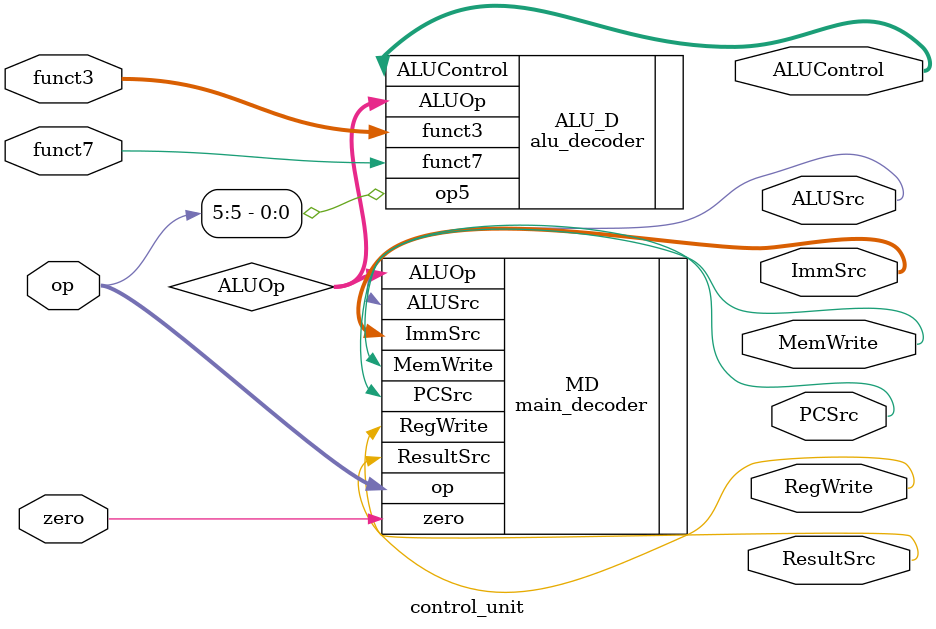
<source format=v>
`include "main_decoder.v"
`include "alu_decoder.v"

module control_unit(

input [6:0]op,
input [2:0]funct3,
input funct7,
input zero,

output PCSrc,ResultSrc,MemWrite,ALUSrc,RegWrite,
output [1:0]ImmSrc,
output [2:0]ALUControl

);


wire [1:0]ALUOp;


main_decoder MD(

.op(op),
.zero(zero),

.PCSrc(PCSrc),.ResultSrc(ResultSrc),.MemWrite(MemWrite),.ALUSrc(ALUSrc),.RegWrite(RegWrite),
.ImmSrc(ImmSrc),.ALUOp(ALUOp)


);





alu_decoder ALU_D(

.op5(op[5]),
.ALUOp(ALUOp),
.funct3(funct3),
.funct7(funct7),

.ALUControl(ALUControl)


);






endmodule

</source>
